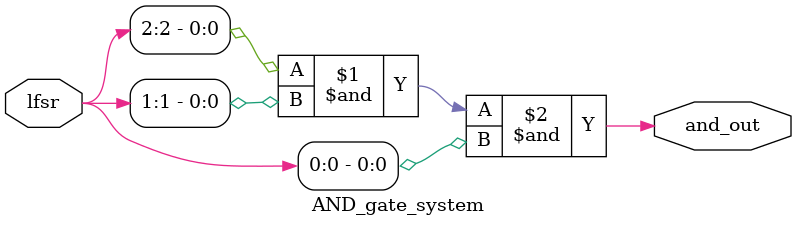
<source format=v>
module AND_gate_system(
	input [3:0] lfsr,
	output and_out
);
	assign and_out = lfsr[2] & lfsr[1] & lfsr [0]; // use LSBs of LFSR as inputs to AND gate. 
endmodule 

</source>
